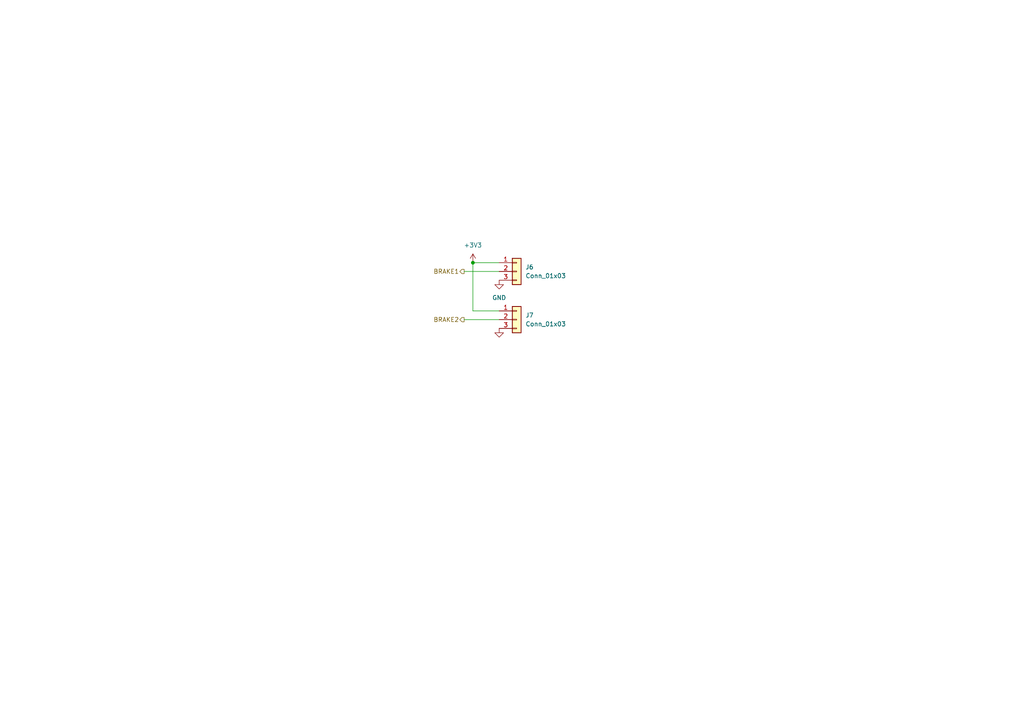
<source format=kicad_sch>
(kicad_sch (version 20230121) (generator eeschema)
  (paper "A4")
  (lib_symbols
    (symbol "Connector_Generic:Conn_01x03" (pin_names (offset 1.016) hide)
      (property "Reference" "J" (at 0 5.08 0))
      (property "Value" "Conn_01x03" (at 0 -5.08 0))
      (symbol "Conn_01x03_1_1"
        (rectangle (start -1.27 -2.413) (end 0 -2.667) (stroke (width 0.1524)))
        (rectangle (start -1.27 0.127) (end 0 -0.127) (stroke (width 0.1524)))
        (rectangle (start -1.27 2.667) (end 0 2.413) (stroke (width 0.1524)))
        (rectangle (start -1.27 3.81) (end 1.27 -3.81) (stroke (width 0.254)) (fill (type background)))
        (pin passive line (at -5.08 2.54 0) (length 3.81) (name "Pin_1") (number "1"))
        (pin passive line (at -5.08 0 0) (length 3.81) (name "Pin_2") (number "2"))
        (pin passive line (at -5.08 -2.54 0) (length 3.81) (name "Pin_3") (number "3"))
      )
    )
    (symbol "power:+3V3" (power) (pin_names (offset 0))
      (property "Value" "+3V3" (at 0 3.556 0))
      (symbol "+3V3_0_1"
        (polyline (pts (xy -0.762 1.27) (xy 0 2.54)))
        (polyline (pts (xy 0 0) (xy 0 2.54)))
        (polyline (pts (xy 0 2.54) (xy 0.762 1.27)))
      )
      (symbol "+3V3_1_1"
        (pin power_in line (at 0 0 90) (length 0) hide (name "+3V3") (number "1"))
      )
    )
    (symbol "power:GND" (power) (pin_names (offset 0))
      (property "Value" "GND" (at 0 -3.81 0))
      (symbol "GND_0_1"
        (polyline (pts (xy 0 0) (xy 0 -1.27) (xy 1.27 -1.27) (xy 0 -2.54) (xy -1.27 -1.27) (xy 0 -1.27)))
      )
      (symbol "GND_1_1"
        (pin power_in line (at 0 0 270) (length 0) hide (name "GND") (number "1"))
      )
    )
  )
  (junction (at 137.16 76.2))
  (wire (pts (xy 144.78 90.17) (xy 137.16 90.17)))
  (wire (pts (xy 134.62 92.71) (xy 144.78 92.71)))
  (wire (pts (xy 137.16 76.2) (xy 137.16 90.17)))
  (wire (pts (xy 137.16 76.2) (xy 144.78 76.2)))
  (wire (pts (xy 134.62 78.74) (xy 144.78 78.74)))
  (hierarchical_label "BRAKE1" (shape output) (at 134.62 78.74 180))
  (hierarchical_label "BRAKE2" (shape output) (at 134.62 92.71 180))
  (symbol (lib_id "power:GND") (at 144.78 95.25 0) (unit 1)
    (property "Reference" "#PWR042" (effects hide))
    (property "Value" "GND" (effects hide))
  )
  (symbol (lib_id "Connector_Generic:Conn_01x03") (at 149.86 92.71 0) (unit 1)
    (property "Reference" "J7" (at 152.4 91.44 0) (effects (justify left)))
    (property "Value" "Conn_01x03" (at 152.4 93.98 0) (effects (justify left)))
  )
  (symbol (lib_id "Connector_Generic:Conn_01x03") (at 149.86 78.74 0) (unit 1)
    (property "Reference" "J6" (at 152.4 77.47 0) (effects (justify left)))
    (property "Value" "Conn_01x03" (at 152.4 80.01 0) (effects (justify left)))
  )
  (symbol (lib_id "power:GND") (at 144.78 81.28 0) (unit 1)
    (property "Reference" "#PWR041" (effects hide))
    (property "Value" "GND" (at 144.78 86.36 0))
  )
  (symbol (lib_id "power:+3V3") (at 137.16 76.2 0) (unit 1)
    (property "Reference" "#PWR013" (effects hide))
    (property "Value" "+3V3" (at 137.16 71.12 0))
  )
)
</source>
